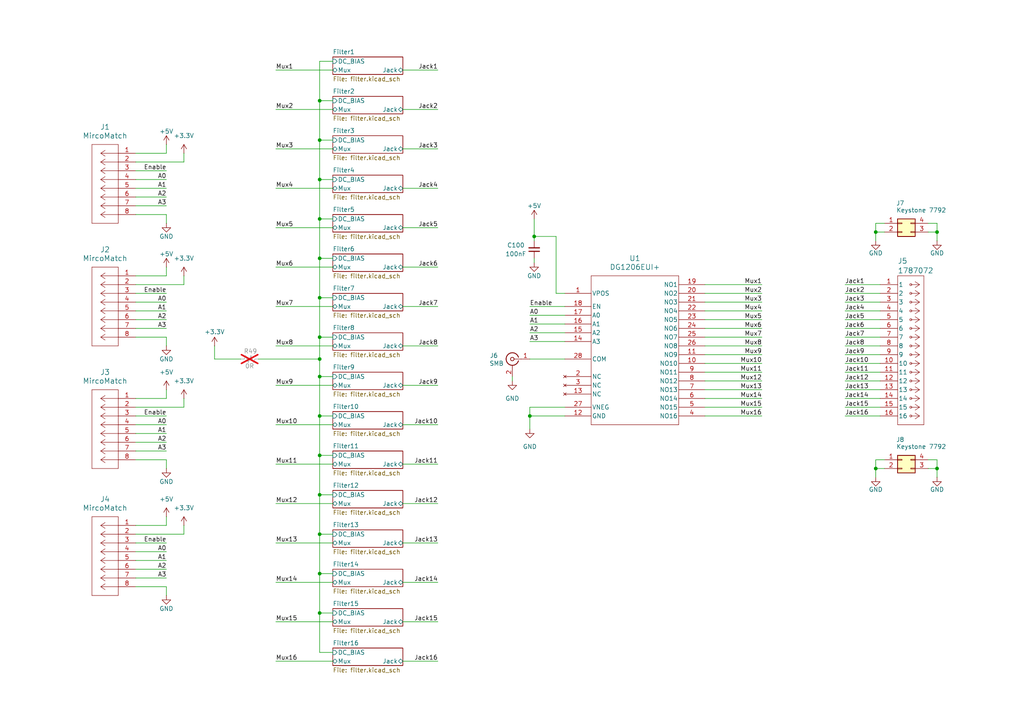
<source format=kicad_sch>
(kicad_sch (version 20250114) (generator "eeschema") (generator_version "9.0")
  (paper "A4")
  (title_block (title "CableTester Mux Breakout") (date "2025-07-24") (rev "1") (company "LBNL - ALSU"))
  (lib_symbols
    (symbol "CableTester_Mux_Project_Lib:1787072" (pin_names (offset 0.254))
      (property "Reference" "J" (at 5.334 6.35 0))
      (property "Value" "1787072" (at 9.906 4.064 0))
      (symbol "1787072_0_1"
        (polyline (pts (xy 5.08 2.54) (xy 5.08 -40.64)) (stroke (width 0.127)))
        (polyline (pts (xy 5.08 -40.64) (xy 12.7 -40.64)) (stroke (width 0.127)))
        (circle (center 8.89 0) (radius 0.3048) (stroke (width 0.127)))
        (circle (center 8.89 -2.54) (radius 0.3048) (stroke (width 0.127)))
        (circle (center 8.89 -5.08) (radius 0.3048) (stroke (width 0.127)))
        (circle (center 8.89 -7.62) (radius 0.3048) (stroke (width 0.127)))
        (circle (center 8.89 -10.16) (radius 0.3048) (stroke (width 0.127)))
        (circle (center 8.89 -12.7) (radius 0.3048) (stroke (width 0.127)))
        (circle (center 8.89 -15.24) (radius 0.3048) (stroke (width 0.127)))
        (circle (center 8.89 -17.78) (radius 0.3048) (stroke (width 0.127)))
        (circle (center 8.89 -20.32) (radius 0.3048) (stroke (width 0.127)))
        (circle (center 8.89 -22.86) (radius 0.3048) (stroke (width 0.127)))
        (circle (center 8.89 -25.4) (radius 0.3048) (stroke (width 0.127)))
        (circle (center 8.89 -27.94) (radius 0.3048) (stroke (width 0.127)))
        (circle (center 8.89 -30.48) (radius 0.3048) (stroke (width 0.127)))
        (circle (center 8.89 -33.02) (radius 0.3048) (stroke (width 0.127)))
        (circle (center 8.89 -35.56) (radius 0.3048) (stroke (width 0.127)))
        (circle (center 8.89 -38.1) (radius 0.3048) (stroke (width 0.127)))
        (polyline (pts (xy 11.43 0) (xy 8.89 0)) (stroke (width 0.127)))
        (polyline (pts (xy 11.43 0) (xy 10.16 0.8467)) (stroke (width 0.127)))
        (polyline (pts (xy 11.43 0) (xy 10.16 -0.8467)) (stroke (width 0.127)))
        (polyline (pts (xy 11.43 -2.54) (xy 8.89 -2.54)) (stroke (width 0.127)))
        (polyline (pts (xy 11.43 -2.54) (xy 10.16 -1.6933)) (stroke (width 0.127)))
        (polyline (pts (xy 11.43 -2.54) (xy 10.16 -3.3867)) (stroke (width 0.127)))
        (polyline (pts (xy 11.43 -5.08) (xy 8.89 -5.08)) (stroke (width 0.127)))
        (polyline (pts (xy 11.43 -5.08) (xy 10.16 -4.2333)) (stroke (width 0.127)))
        (polyline (pts (xy 11.43 -5.08) (xy 10.16 -5.9267)) (stroke (width 0.127)))
        (polyline (pts (xy 11.43 -7.62) (xy 8.89 -7.62)) (stroke (width 0.127)))
        (polyline (pts (xy 11.43 -7.62) (xy 10.16 -6.7733)) (stroke (width 0.127)))
        (polyline (pts (xy 11.43 -7.62) (xy 10.16 -8.4667)) (stroke (width 0.127)))
        (polyline (pts (xy 11.43 -10.16) (xy 8.89 -10.16)) (stroke (width 0.127)))
        (polyline (pts (xy 11.43 -10.16) (xy 10.16 -9.3133)) (stroke (width 0.127)))
        (polyline (pts (xy 11.43 -10.16) (xy 10.16 -11.0067)) (stroke (width 0.127)))
        (polyline (pts (xy 11.43 -12.7) (xy 8.89 -12.7)) (stroke (width 0.127)))
        (polyline (pts (xy 11.43 -12.7) (xy 10.16 -11.8533)) (stroke (width 0.127)))
        (polyline (pts (xy 11.43 -12.7) (xy 10.16 -13.5467)) (stroke (width 0.127)))
        (polyline (pts (xy 11.43 -15.24) (xy 8.89 -15.24)) (stroke (width 0.127)))
        (polyline (pts (xy 11.43 -15.24) (xy 10.16 -14.3933)) (stroke (width 0.127)))
        (polyline (pts (xy 11.43 -15.24) (xy 10.16 -16.0867)) (stroke (width 0.127)))
        (polyline (pts (xy 11.43 -17.78) (xy 8.89 -17.78)) (stroke (width 0.127)))
        (polyline (pts (xy 11.43 -17.78) (xy 10.16 -16.9333)) (stroke (width 0.127)))
        (polyline (pts (xy 11.43 -17.78) (xy 10.16 -18.6267)) (stroke (width 0.127)))
        (polyline (pts (xy 11.43 -20.32) (xy 8.89 -20.32)) (stroke (width 0.127)))
        (polyline (pts (xy 11.43 -20.32) (xy 10.16 -19.4733)) (stroke (width 0.127)))
        (polyline (pts (xy 11.43 -20.32) (xy 10.16 -21.1667)) (stroke (width 0.127)))
        (polyline (pts (xy 11.43 -22.86) (xy 8.89 -22.86)) (stroke (width 0.127)))
        (polyline (pts (xy 11.43 -22.86) (xy 10.16 -22.0133)) (stroke (width 0.127)))
        (polyline (pts (xy 11.43 -22.86) (xy 10.16 -23.7067)) (stroke (width 0.127)))
        (polyline (pts (xy 11.43 -25.4) (xy 8.89 -25.4)) (stroke (width 0.127)))
        (polyline (pts (xy 11.43 -25.4) (xy 10.16 -24.5533)) (stroke (width 0.127)))
        (polyline (pts (xy 11.43 -25.4) (xy 10.16 -26.2467)) (stroke (width 0.127)))
        (polyline (pts (xy 11.43 -27.94) (xy 8.89 -27.94)) (stroke (width 0.127)))
        (polyline (pts (xy 11.43 -27.94) (xy 10.16 -27.0933)) (stroke (width 0.127)))
        (polyline (pts (xy 11.43 -27.94) (xy 10.16 -28.7867)) (stroke (width 0.127)))
        (polyline (pts (xy 11.43 -30.48) (xy 8.89 -30.48)) (stroke (width 0.127)))
        (polyline (pts (xy 11.43 -30.48) (xy 10.16 -29.6333)) (stroke (width 0.127)))
        (polyline (pts (xy 11.43 -30.48) (xy 10.16 -31.3267)) (stroke (width 0.127)))
        (polyline (pts (xy 11.43 -33.02) (xy 8.89 -33.02)) (stroke (width 0.127)))
        (polyline (pts (xy 11.43 -33.02) (xy 10.16 -32.1733)) (stroke (width 0.127)))
        (polyline (pts (xy 11.43 -33.02) (xy 10.16 -33.8667)) (stroke (width 0.127)))
        (polyline (pts (xy 11.43 -35.56) (xy 8.89 -35.56)) (stroke (width 0.127)))
        (polyline (pts (xy 11.43 -35.56) (xy 10.16 -34.7133)) (stroke (width 0.127)))
        (polyline (pts (xy 11.43 -35.56) (xy 10.16 -36.4067)) (stroke (width 0.127)))
        (polyline (pts (xy 11.43 -38.1) (xy 8.89 -38.1)) (stroke (width 0.127)))
        (polyline (pts (xy 11.43 -38.1) (xy 10.16 -37.2533)) (stroke (width 0.127)))
        (polyline (pts (xy 11.43 -38.1) (xy 10.16 -38.9467)) (stroke (width 0.127)))
        (polyline (pts (xy 12.7 2.54) (xy 5.08 2.54)) (stroke (width 0.127)))
        (polyline (pts (xy 12.7 -40.64) (xy 12.7 2.54)) (stroke (width 0.127)))
        (pin passive line (at 0 0 0) (length 5.08) (name "1") (number "1"))
        (pin passive line (at 0 -2.54 0) (length 5.08) (name "2") (number "2"))
        (pin passive line (at 0 -5.08 0) (length 5.08) (name "3") (number "3"))
        (pin passive line (at 0 -7.62 0) (length 5.08) (name "4") (number "4"))
        (pin passive line (at 0 -10.16 0) (length 5.08) (name "5") (number "5"))
        (pin passive line (at 0 -12.7 0) (length 5.08) (name "6") (number "6"))
        (pin passive line (at 0 -15.24 0) (length 5.08) (name "7") (number "7"))
        (pin passive line (at 0 -17.78 0) (length 5.08) (name "8") (number "8"))
        (pin passive line (at 0 -20.32 0) (length 5.08) (name "9") (number "9"))
        (pin passive line (at 0 -22.86 0) (length 5.08) (name "10") (number "10"))
        (pin passive line (at 0 -25.4 0) (length 5.08) (name "11") (number "11"))
        (pin passive line (at 0 -27.94 0) (length 5.08) (name "12") (number "12"))
        (pin passive line (at 0 -30.48 0) (length 5.08) (name "13") (number "13"))
        (pin passive line (at 0 -33.02 0) (length 5.08) (name "14") (number "14"))
        (pin passive line (at 0 -35.56 0) (length 5.08) (name "15") (number "15"))
        (pin passive line (at 0 -38.1 0) (length 5.08) (name "16") (number "16"))
      )
    )
    (symbol "CableTester_Mux_Project_Lib:7-188275-8" (pin_names (offset 0.254))
      (property "Reference" "J" (at 5.842 6.604 0))
      (property "Value" "MircoMatch -8" (at 13.462 4.064 0))
      (symbol "7-188275-8_1_1"
        (polyline (pts (xy 5.08 2.54) (xy 5.08 -20.32)) (stroke (width 0.127)))
        (polyline (pts (xy 5.08 -20.32) (xy 12.7 -20.32)) (stroke (width 0.127)))
        (polyline (pts (xy 10.16 0) (xy 5.08 0)) (stroke (width 0.127)))
        (polyline (pts (xy 10.16 0) (xy 8.89 0.8467)) (stroke (width 0.127)))
        (polyline (pts (xy 10.16 0) (xy 8.89 -0.8467)) (stroke (width 0.127)))
        (polyline (pts (xy 10.16 -2.54) (xy 5.08 -2.54)) (stroke (width 0.127)))
        (polyline (pts (xy 10.16 -2.54) (xy 8.89 -1.6933)) (stroke (width 0.127)))
        (polyline (pts (xy 10.16 -2.54) (xy 8.89 -3.3867)) (stroke (width 0.127)))
        (polyline (pts (xy 10.16 -5.08) (xy 5.08 -5.08)) (stroke (width 0.127)))
        (polyline (pts (xy 10.16 -5.08) (xy 8.89 -4.2333)) (stroke (width 0.127)))
        (polyline (pts (xy 10.16 -5.08) (xy 8.89 -5.9267)) (stroke (width 0.127)))
        (polyline (pts (xy 10.16 -7.62) (xy 5.08 -7.62)) (stroke (width 0.127)))
        (polyline (pts (xy 10.16 -7.62) (xy 8.89 -6.7733)) (stroke (width 0.127)))
        (polyline (pts (xy 10.16 -7.62) (xy 8.89 -8.4667)) (stroke (width 0.127)))
        (polyline (pts (xy 10.16 -10.16) (xy 5.08 -10.16)) (stroke (width 0.127)))
        (polyline (pts (xy 10.16 -10.16) (xy 8.89 -9.3133)) (stroke (width 0.127)))
        (polyline (pts (xy 10.16 -10.16) (xy 8.89 -11.0067)) (stroke (width 0.127)))
        (polyline (pts (xy 10.16 -12.7) (xy 5.08 -12.7)) (stroke (width 0.127)))
        (polyline (pts (xy 10.16 -12.7) (xy 8.89 -11.8533)) (stroke (width 0.127)))
        (polyline (pts (xy 10.16 -12.7) (xy 8.89 -13.5467)) (stroke (width 0.127)))
        (polyline (pts (xy 10.16 -15.24) (xy 5.08 -15.24)) (stroke (width 0.127)))
        (polyline (pts (xy 10.16 -15.24) (xy 8.89 -14.3933)) (stroke (width 0.127)))
        (polyline (pts (xy 10.16 -15.24) (xy 8.89 -16.0867)) (stroke (width 0.127)))
        (polyline (pts (xy 10.16 -17.78) (xy 5.08 -17.78)) (stroke (width 0.127)))
        (polyline (pts (xy 10.16 -17.78) (xy 8.89 -16.9333)) (stroke (width 0.127)))
        (polyline (pts (xy 10.16 -17.78) (xy 8.89 -18.6267)) (stroke (width 0.127)))
        (polyline (pts (xy 12.7 2.54) (xy 5.08 2.54)) (stroke (width 0.127)))
        (polyline (pts (xy 12.7 -20.32) (xy 12.7 2.54)) (stroke (width 0.127)))
        (pin passive line (at 0 0 0) (length 5.08) (name "") (number "1"))
        (pin passive line (at 0 -2.54 0) (length 5.08) (name "") (number "2"))
        (pin passive line (at 0 -5.08 0) (length 5.08) (name "") (number "3"))
        (pin passive line (at 0 -7.62 0) (length 5.08) (name "") (number "4"))
        (pin passive line (at 0 -10.16 0) (length 5.08) (name "") (number "5"))
        (pin passive line (at 0 -12.7 0) (length 5.08) (name "") (number "6"))
        (pin passive line (at 0 -15.24 0) (length 5.08) (name "") (number "7"))
        (pin passive line (at 0 -17.78 0) (length 5.08) (name "") (number "8"))
      )
      (symbol "7-188275-8_1_2"
        (polyline (pts (xy 5.08 2.54) (xy 5.08 -20.32)) (stroke (width 0.127)))
        (polyline (pts (xy 5.08 -20.32) (xy 12.7 -20.32)) (stroke (width 0.127)))
        (polyline (pts (xy 7.62 0) (xy 5.08 0)) (stroke (width 0.127)))
        (polyline (pts (xy 7.62 0) (xy 8.89 0.8467)) (stroke (width 0.127)))
        (polyline (pts (xy 7.62 0) (xy 8.89 -0.8467)) (stroke (width 0.127)))
        (polyline (pts (xy 7.62 -2.54) (xy 5.08 -2.54)) (stroke (width 0.127)))
        (polyline (pts (xy 7.62 -2.54) (xy 8.89 -1.6933)) (stroke (width 0.127)))
        (polyline (pts (xy 7.62 -2.54) (xy 8.89 -3.3867)) (stroke (width 0.127)))
        (polyline (pts (xy 7.62 -5.08) (xy 5.08 -5.08)) (stroke (width 0.127)))
        (polyline (pts (xy 7.62 -5.08) (xy 8.89 -4.2333)) (stroke (width 0.127)))
        (polyline (pts (xy 7.62 -5.08) (xy 8.89 -5.9267)) (stroke (width 0.127)))
        (polyline (pts (xy 7.62 -7.62) (xy 5.08 -7.62)) (stroke (width 0.127)))
        (polyline (pts (xy 7.62 -7.62) (xy 8.89 -6.7733)) (stroke (width 0.127)))
        (polyline (pts (xy 7.62 -7.62) (xy 8.89 -8.4667)) (stroke (width 0.127)))
        (polyline (pts (xy 7.62 -10.16) (xy 5.08 -10.16)) (stroke (width 0.127)))
        (polyline (pts (xy 7.62 -10.16) (xy 8.89 -9.3133)) (stroke (width 0.127)))
        (polyline (pts (xy 7.62 -10.16) (xy 8.89 -11.0067)) (stroke (width 0.127)))
        (polyline (pts (xy 7.62 -12.7) (xy 5.08 -12.7)) (stroke (width 0.127)))
        (polyline (pts (xy 7.62 -12.7) (xy 8.89 -11.8533)) (stroke (width 0.127)))
        (polyline (pts (xy 7.62 -12.7) (xy 8.89 -13.5467)) (stroke (width 0.127)))
        (polyline (pts (xy 7.62 -15.24) (xy 5.08 -15.24)) (stroke (width 0.127)))
        (polyline (pts (xy 7.62 -15.24) (xy 8.89 -14.3933)) (stroke (width 0.127)))
        (polyline (pts (xy 7.62 -15.24) (xy 8.89 -16.0867)) (stroke (width 0.127)))
        (polyline (pts (xy 7.62 -17.78) (xy 5.08 -17.78)) (stroke (width 0.127)))
        (polyline (pts (xy 7.62 -17.78) (xy 8.89 -16.9333)) (stroke (width 0.127)))
        (polyline (pts (xy 7.62 -17.78) (xy 8.89 -18.6267)) (stroke (width 0.127)))
        (polyline (pts (xy 12.7 2.54) (xy 5.08 2.54)) (stroke (width 0.127)))
        (polyline (pts (xy 12.7 -20.32) (xy 12.7 2.54)) (stroke (width 0.127)))
        (pin unspecified line (at 0 0 0) (length 5.08) (name "1") (number "1"))
        (pin unspecified line (at 0 -2.54 0) (length 5.08) (name "2") (number "2"))
        (pin unspecified line (at 0 -5.08 0) (length 5.08) (name "3") (number "3"))
        (pin unspecified line (at 0 -7.62 0) (length 5.08) (name "4") (number "4"))
        (pin unspecified line (at 0 -10.16 0) (length 5.08) (name "5") (number "5"))
        (pin unspecified line (at 0 -12.7 0) (length 5.08) (name "6") (number "6"))
        (pin unspecified line (at 0 -15.24 0) (length 5.08) (name "7") (number "7"))
        (pin unspecified line (at 0 -17.78 0) (length 5.08) (name "8") (number "8"))
      )
    )
    (symbol "CableTester_Mux_Project_Lib:Conn_Coaxial" (pin_names (offset 1.016) (hide yes))
      (property "Reference" "J" (at 0.254 3.048 0))
      (property "Value" "Conn_Coaxial" (at 2.921 0 90))
      (symbol "Conn_Coaxial_0_1"
        (polyline (pts (xy -2.54 0) (xy -0.508 0)))
        (arc (start 1.778 0) (mid 0.222 -1.8079) (end -1.778 -0.508) (stroke (width 0.254)))
        (arc (start -1.778 0.508) (mid 0.2221 1.8084) (end 1.778 0) (stroke (width 0.254)))
        (circle (center 0 0) (radius 0.508) (stroke (width 0.2032)))
        (polyline (pts (xy 0 -2.54) (xy 0 -1.778)))
      )
      (symbol "Conn_Coaxial_1_1"
        (pin passive line (at -5.08 0 0) (length 2.54) (name "In") (number "1"))
        (pin passive line (at 0 -5.08 90) (length 2.54) (name "Ext") (number "2"))
        (pin passive line (at 0 -5.08 180) (length 2.54) (hide yes) (name "Ext") (number "3"))
        (pin passive line (at 0 -5.08 180) (length 2.54) (hide yes) (name "Ext") (number "4"))
        (pin passive line (at 0 -5.08 180) (length 2.54) (hide yes) (name "Ext") (number "5"))
      )
    )
    (symbol "CableTester_Mux_Project_Lib:DG1206EUI+" (pin_names (offset 0.254))
      (property "Reference" "U" (at 20.32 10.16 0))
      (property "Value" "DG1206EUI+" (at 20.32 7.62 0))
      (symbol "DG1206EUI+_0_1"
        (polyline (pts (xy 7.62 5.08) (xy 7.62 -38.1)) (stroke (width 0.127)))
        (polyline (pts (xy 7.62 -38.1) (xy 33.02 -38.1)) (stroke (width 0.127)))
        (polyline (pts (xy 33.02 5.08) (xy 7.62 5.08)) (stroke (width 0.127)))
        (polyline (pts (xy 33.02 -38.1) (xy 33.02 5.08)) (stroke (width 0.127)))
        (pin power_in line (at 0 0 0) (length 7.62) (name "VPOS") (number "1"))
        (pin input line (at 0 -3.81 0) (length 7.62) (name "EN") (number "18"))
        (pin input line (at 0 -6.35 0) (length 7.62) (name "A0") (number "17"))
        (pin input line (at 0 -8.89 0) (length 7.62) (name "A1") (number "16"))
        (pin input line (at 0 -11.43 0) (length 7.62) (name "A2") (number "15"))
        (pin input line (at 0 -13.97 0) (length 7.62) (name "A3") (number "14"))
        (pin bidirectional line (at 0 -19.05 0) (length 7.62) (name "COM") (number "28"))
        (pin no_connect line (at 0 -24.13 0) (length 7.62) (name "NC") (number "2"))
        (pin no_connect line (at 0 -26.67 0) (length 7.62) (name "NC") (number "3"))
        (pin no_connect line (at 0 -29.21 0) (length 7.62) (name "NC") (number "13"))
        (pin power_in line (at 0 -33.02 0) (length 7.62) (name "VNEG") (number "27"))
        (pin power_in line (at 0 -35.56 0) (length 7.62) (name "GND") (number "12"))
        (pin bidirectional line (at 40.64 2.54 180) (length 7.62) (name "NO1") (number "19"))
        (pin bidirectional line (at 40.64 0 180) (length 7.62) (name "NO2") (number "20"))
        (pin bidirectional line (at 40.64 -2.54 180) (length 7.62) (name "NO3") (number "21"))
        (pin bidirectional line (at 40.64 -5.08 180) (length 7.62) (name "NO4") (number "22"))
        (pin bidirectional line (at 40.64 -7.62 180) (length 7.62) (name "NO5") (number "23"))
        (pin bidirectional line (at 40.64 -10.16 180) (length 7.62) (name "NO6") (number "24"))
        (pin bidirectional line (at 40.64 -12.7 180) (length 7.62) (name "NO7") (number "25"))
        (pin bidirectional line (at 40.64 -15.24 180) (length 7.62) (name "NO8") (number "26"))
        (pin bidirectional line (at 40.64 -17.78 180) (length 7.62) (name "NO9") (number "11"))
        (pin bidirectional line (at 40.64 -20.32 180) (length 7.62) (name "NO10") (number "10"))
        (pin bidirectional line (at 40.64 -22.86 180) (length 7.62) (name "NO11") (number "9"))
        (pin bidirectional line (at 40.64 -25.4 180) (length 7.62) (name "NO12") (number "8"))
        (pin bidirectional line (at 40.64 -27.94 180) (length 7.62) (name "NO13") (number "7"))
        (pin bidirectional line (at 40.64 -30.48 180) (length 7.62) (name "NO14") (number "6"))
        (pin bidirectional line (at 40.64 -33.02 180) (length 7.62) (name "NO15") (number "5"))
        (pin bidirectional line (at 40.64 -35.56 180) (length 7.62) (name "NO16") (number "4"))
      )
    )
    (symbol "Connector_Generic:Conn_02x02_Counter_Clockwise" (pin_names (offset 1.016) (hide yes))
      (property "Reference" "J" (at 1.27 2.54 0))
      (property "Value" "Conn_02x02_Counter_Clockwise" (at 1.27 -5.08 0))
      (symbol "Conn_02x02_Counter_Clockwise_1_1"
        (rectangle (start -1.27 1.27) (end 3.81 -3.81) (stroke (width 0.254)) (fill (type background)))
        (rectangle (start -1.27 0.127) (end 0 -0.127) (stroke (width 0.1524)))
        (rectangle (start -1.27 -2.413) (end 0 -2.667) (stroke (width 0.1524)))
        (rectangle (start 3.81 0.127) (end 2.54 -0.127) (stroke (width 0.1524)))
        (rectangle (start 3.81 -2.413) (end 2.54 -2.667) (stroke (width 0.1524)))
        (pin passive line (at -5.08 0 0) (length 3.81) (name "Pin_1") (number "1"))
        (pin passive line (at -5.08 -2.54 0) (length 3.81) (name "Pin_2") (number "2"))
        (pin passive line (at 7.62 0 180) (length 3.81) (name "Pin_4") (number "4"))
        (pin passive line (at 7.62 -2.54 180) (length 3.81) (name "Pin_3") (number "3"))
      )
    )
    (symbol "Device:C_Small" (pin_numbers (hide yes)) (pin_names (offset 0.254) (hide yes))
      (property "Reference" "C" (at 0.254 1.778 0))
      (property "Value" "C_Small" (at 0.254 -2.032 0))
      (symbol "C_Small_0_1"
        (polyline (pts (xy -1.524 0.508) (xy 1.524 0.508)) (stroke (width 0.3048)))
        (polyline (pts (xy -1.524 -0.508) (xy 1.524 -0.508)) (stroke (width 0.3302)))
      )
      (symbol "C_Small_1_1"
        (pin passive line (at 0 2.54 270) (length 2.032) (name "~") (number "1"))
        (pin passive line (at 0 -2.54 90) (length 2.032) (name "~") (number "2"))
      )
    )
    (symbol "Device:R_Small_US" (pin_numbers (hide yes)) (pin_names (offset 0.254) (hide yes))
      (property "Reference" "R" (at 0.762 0.508 0))
      (property "Value" "R_Small_US" (at 0.762 -1.016 0))
      (symbol "R_Small_US_1_1"
        (polyline (pts (xy 0 1.524) (xy 1.016 1.143) (xy 0 0.762) (xy -1.016 0.381) (xy 0 0)))
        (polyline (pts (xy 0 0) (xy 1.016 -0.381) (xy 0 -0.762) (xy -1.016 -1.143) (xy 0 -1.524)))
        (pin passive line (at 0 2.54 270) (length 1.016) (name "~") (number "1"))
        (pin passive line (at 0 -2.54 90) (length 1.016) (name "~") (number "2"))
      )
    )
    (symbol "power:+3.3V" (power) (pin_numbers (hide yes)) (pin_names (offset 0) (hide yes))
      (property "Value" "+3.3V" (at 0 3.556 0))
      (symbol "+3.3V_0_1"
        (polyline (pts (xy -0.762 1.27) (xy 0 2.54)))
        (polyline (pts (xy 0 2.54) (xy 0.762 1.27)))
        (polyline (pts (xy 0 0) (xy 0 2.54)))
      )
      (symbol "+3.3V_1_1"
        (pin power_in line (at 0 0 90) (length 0) (name "~") (number "1"))
      )
    )
    (symbol "power:+5V" (power) (pin_numbers (hide yes)) (pin_names (offset 0) (hide yes))
      (property "Value" "+5V" (at 0 3.556 0))
      (symbol "+5V_0_1"
        (polyline (pts (xy -0.762 1.27) (xy 0 2.54)))
        (polyline (pts (xy 0 2.54) (xy 0.762 1.27)))
        (polyline (pts (xy 0 0) (xy 0 2.54)))
      )
      (symbol "+5V_1_1"
        (pin power_in line (at 0 0 90) (length 0) (name "~") (number "1"))
      )
    )
    (symbol "power:GND" (power) (pin_numbers (hide yes)) (pin_names (offset 0) (hide yes))
      (property "Value" "GND" (at 0 -3.81 0))
      (symbol "GND_0_1"
        (polyline (pts (xy 0 0) (xy 0 -1.27) (xy 1.27 -1.27) (xy 0 -2.54) (xy -1.27 -1.27) (xy 0 -1.27)))
      )
      (symbol "GND_1_1"
        (pin power_in line (at 0 0 270) (length 0) (name "~") (number "1"))
      )
    )
  )
  (junction (at 92.71 86.36))
  (junction (at 254 67.31))
  (junction (at 92.71 104.14))
  (junction (at 153.67 120.65))
  (junction (at 92.71 166.37))
  (junction (at 271.78 135.89))
  (junction (at 254 135.89))
  (junction (at 92.71 154.94))
  (junction (at 92.71 74.93))
  (junction (at 154.94 68.58))
  (junction (at 92.71 109.22))
  (junction (at 92.71 63.5))
  (junction (at 92.71 120.65))
  (junction (at 92.71 132.08))
  (junction (at 92.71 52.07))
  (junction (at 92.71 143.51))
  (junction (at 92.71 40.64))
  (junction (at 92.71 29.21))
  (junction (at 271.78 67.31))
  (junction (at 92.71 97.79))
  (junction (at 92.71 177.8))
  (wire (pts (xy 204.47 110.49) (xy 220.98 110.49)))
  (wire (pts (xy 255.27 100.33) (xy 245.11 100.33)))
  (wire (pts (xy 96.52 180.34) (xy 80.01 180.34)))
  (wire (pts (xy 271.78 133.35) (xy 271.78 135.89)))
  (wire (pts (xy 39.37 44.45) (xy 48.26 44.45)))
  (wire (pts (xy 39.37 95.25) (xy 48.26 95.25)))
  (wire (pts (xy 116.84 134.62) (xy 127 134.62)))
  (wire (pts (xy 39.37 92.71) (xy 48.26 92.71)))
  (wire (pts (xy 116.84 77.47) (xy 127 77.47)))
  (wire (pts (xy 96.52 134.62) (xy 80.01 134.62)))
  (wire (pts (xy 39.37 90.17) (xy 48.26 90.17)))
  (wire (pts (xy 92.71 29.21) (xy 96.52 29.21)))
  (wire (pts (xy 92.71 143.51) (xy 96.52 143.51)))
  (wire (pts (xy 92.71 86.36) (xy 92.71 74.93)))
  (wire (pts (xy 48.26 80.01) (xy 48.26 77.47)))
  (wire (pts (xy 62.23 104.14) (xy 62.23 100.33)))
  (wire (pts (xy 269.24 133.35) (xy 271.78 133.35)))
  (wire (pts (xy 39.37 160.02) (xy 48.26 160.02)))
  (wire (pts (xy 116.84 157.48) (xy 127 157.48)))
  (wire (pts (xy 256.54 64.77) (xy 254 64.77)))
  (wire (pts (xy 92.71 17.78) (xy 96.52 17.78)))
  (wire (pts (xy 39.37 57.15) (xy 48.26 57.15)))
  (wire (pts (xy 161.29 68.58) (xy 154.94 68.58)))
  (wire (pts (xy 148.59 110.49) (xy 148.59 109.22)))
  (wire (pts (xy 256.54 133.35) (xy 254 133.35)))
  (wire (pts (xy 48.26 64.77) (xy 48.26 62.23)))
  (wire (pts (xy 96.52 189.23) (xy 92.71 189.23)))
  (wire (pts (xy 271.78 67.31) (xy 271.78 69.85)))
  (wire (pts (xy 39.37 154.94) (xy 53.34 154.94)))
  (wire (pts (xy 92.71 104.14) (xy 92.71 97.79)))
  (wire (pts (xy 154.94 68.58) (xy 154.94 69.85)))
  (wire (pts (xy 92.71 40.64) (xy 92.71 29.21)))
  (wire (pts (xy 48.26 170.18) (xy 39.37 170.18)))
  (wire (pts (xy 256.54 67.31) (xy 254 67.31)))
  (wire (pts (xy 116.84 168.91) (xy 127 168.91)))
  (wire (pts (xy 92.71 74.93) (xy 92.71 63.5)))
  (wire (pts (xy 255.27 107.95) (xy 245.11 107.95)))
  (wire (pts (xy 153.67 118.11) (xy 153.67 120.65)))
  (wire (pts (xy 254 133.35) (xy 254 135.89)))
  (wire (pts (xy 255.27 97.79) (xy 245.11 97.79)))
  (wire (pts (xy 116.84 88.9) (xy 127 88.9)))
  (wire (pts (xy 204.47 92.71) (xy 220.98 92.71)))
  (wire (pts (xy 204.47 120.65) (xy 220.98 120.65)))
  (wire (pts (xy 116.84 100.33) (xy 127 100.33)))
  (wire (pts (xy 96.52 157.48) (xy 80.01 157.48)))
  (wire (pts (xy 255.27 113.03) (xy 245.11 113.03)))
  (wire (pts (xy 163.83 96.52) (xy 153.67 96.52)))
  (wire (pts (xy 92.71 154.94) (xy 92.71 143.51)))
  (wire (pts (xy 96.52 100.33) (xy 80.01 100.33)))
  (wire (pts (xy 92.71 63.5) (xy 92.71 52.07)))
  (wire (pts (xy 116.84 146.05) (xy 127 146.05)))
  (wire (pts (xy 92.71 189.23) (xy 92.71 177.8)))
  (wire (pts (xy 39.37 123.19) (xy 48.26 123.19)))
  (wire (pts (xy 48.26 133.35) (xy 39.37 133.35)))
  (wire (pts (xy 96.52 43.18) (xy 80.01 43.18)))
  (wire (pts (xy 254 64.77) (xy 254 67.31)))
  (wire (pts (xy 69.85 104.14) (xy 62.23 104.14)))
  (wire (pts (xy 255.27 102.87) (xy 245.11 102.87)))
  (wire (pts (xy 204.47 97.79) (xy 220.98 97.79)))
  (wire (pts (xy 48.26 97.79) (xy 39.37 97.79)))
  (wire (pts (xy 92.71 52.07) (xy 92.71 40.64)))
  (wire (pts (xy 39.37 115.57) (xy 48.26 115.57)))
  (wire (pts (xy 204.47 87.63) (xy 220.98 87.63)))
  (wire (pts (xy 39.37 165.1) (xy 48.26 165.1)))
  (wire (pts (xy 92.71 97.79) (xy 96.52 97.79)))
  (wire (pts (xy 204.47 118.11) (xy 220.98 118.11)))
  (wire (pts (xy 116.84 180.34) (xy 127 180.34)))
  (wire (pts (xy 204.47 85.09) (xy 220.98 85.09)))
  (wire (pts (xy 92.71 143.51) (xy 92.71 132.08)))
  (wire (pts (xy 92.71 132.08) (xy 92.71 120.65)))
  (wire (pts (xy 96.52 191.77) (xy 80.01 191.77)))
  (wire (pts (xy 116.84 66.04) (xy 127 66.04)))
  (wire (pts (xy 92.71 97.79) (xy 92.71 86.36)))
  (wire (pts (xy 161.29 85.09) (xy 163.83 85.09)))
  (wire (pts (xy 116.84 20.32) (xy 127 20.32)))
  (wire (pts (xy 92.71 154.94) (xy 96.52 154.94)))
  (wire (pts (xy 48.26 100.33) (xy 48.26 97.79)))
  (wire (pts (xy 255.27 120.65) (xy 245.11 120.65)))
  (wire (pts (xy 163.83 88.9) (xy 153.67 88.9)))
  (wire (pts (xy 255.27 90.17) (xy 245.11 90.17)))
  (wire (pts (xy 39.37 52.07) (xy 48.26 52.07)))
  (wire (pts (xy 255.27 85.09) (xy 245.11 85.09)))
  (wire (pts (xy 53.34 82.55) (xy 53.34 80.01)))
  (wire (pts (xy 254 67.31) (xy 254 69.85)))
  (wire (pts (xy 96.52 20.32) (xy 80.01 20.32)))
  (wire (pts (xy 163.83 118.11) (xy 153.67 118.11)))
  (wire (pts (xy 96.52 146.05) (xy 80.01 146.05)))
  (wire (pts (xy 92.71 74.93) (xy 96.52 74.93)))
  (wire (pts (xy 92.71 40.64) (xy 96.52 40.64)))
  (wire (pts (xy 163.83 120.65) (xy 153.67 120.65)))
  (wire (pts (xy 163.83 99.06) (xy 153.67 99.06)))
  (wire (pts (xy 116.84 191.77) (xy 127 191.77)))
  (wire (pts (xy 48.26 172.72) (xy 48.26 170.18)))
  (wire (pts (xy 96.52 54.61) (xy 80.01 54.61)))
  (wire (pts (xy 39.37 87.63) (xy 48.26 87.63)))
  (wire (pts (xy 74.93 104.14) (xy 92.71 104.14)))
  (wire (pts (xy 39.37 118.11) (xy 53.34 118.11)))
  (wire (pts (xy 96.52 123.19) (xy 80.01 123.19)))
  (wire (pts (xy 92.71 52.07) (xy 96.52 52.07)))
  (wire (pts (xy 96.52 88.9) (xy 80.01 88.9)))
  (wire (pts (xy 116.84 123.19) (xy 127 123.19)))
  (wire (pts (xy 39.37 54.61) (xy 48.26 54.61)))
  (wire (pts (xy 92.71 109.22) (xy 92.71 104.14)))
  (wire (pts (xy 53.34 154.94) (xy 53.34 152.4)))
  (wire (pts (xy 39.37 125.73) (xy 48.26 125.73)))
  (wire (pts (xy 116.84 111.76) (xy 127 111.76)))
  (wire (pts (xy 48.26 44.45) (xy 48.26 41.91)))
  (wire (pts (xy 39.37 130.81) (xy 48.26 130.81)))
  (wire (pts (xy 255.27 95.25) (xy 245.11 95.25)))
  (wire (pts (xy 255.27 87.63) (xy 245.11 87.63)))
  (wire (pts (xy 256.54 135.89) (xy 254 135.89)))
  (wire (pts (xy 92.71 120.65) (xy 92.71 109.22)))
  (wire (pts (xy 116.84 43.18) (xy 127 43.18)))
  (wire (pts (xy 48.26 62.23) (xy 39.37 62.23)))
  (wire (pts (xy 48.26 152.4) (xy 48.26 149.86)))
  (wire (pts (xy 92.71 29.21) (xy 92.71 17.78)))
  (wire (pts (xy 96.52 111.76) (xy 80.01 111.76)))
  (wire (pts (xy 96.52 66.04) (xy 80.01 66.04)))
  (wire (pts (xy 269.24 67.31) (xy 271.78 67.31)))
  (wire (pts (xy 39.37 82.55) (xy 53.34 82.55)))
  (wire (pts (xy 161.29 68.58) (xy 161.29 85.09)))
  (wire (pts (xy 96.52 31.75) (xy 80.01 31.75)))
  (wire (pts (xy 116.84 31.75) (xy 127 31.75)))
  (wire (pts (xy 269.24 64.77) (xy 271.78 64.77)))
  (wire (pts (xy 96.52 168.91) (xy 80.01 168.91)))
  (wire (pts (xy 92.71 177.8) (xy 92.71 166.37)))
  (wire (pts (xy 92.71 63.5) (xy 96.52 63.5)))
  (wire (pts (xy 39.37 80.01) (xy 48.26 80.01)))
  (wire (pts (xy 92.71 120.65) (xy 96.52 120.65)))
  (wire (pts (xy 39.37 49.53) (xy 48.26 49.53)))
  (wire (pts (xy 204.47 82.55) (xy 220.98 82.55)))
  (wire (pts (xy 163.83 93.98) (xy 153.67 93.98)))
  (wire (pts (xy 92.71 132.08) (xy 96.52 132.08)))
  (wire (pts (xy 204.47 95.25) (xy 220.98 95.25)))
  (wire (pts (xy 92.71 109.22) (xy 96.52 109.22)))
  (wire (pts (xy 204.47 115.57) (xy 220.98 115.57)))
  (wire (pts (xy 154.94 74.93) (xy 154.94 76.2)))
  (wire (pts (xy 39.37 120.65) (xy 48.26 120.65)))
  (wire (pts (xy 116.84 54.61) (xy 127 54.61)))
  (wire (pts (xy 92.71 86.36) (xy 96.52 86.36)))
  (wire (pts (xy 48.26 115.57) (xy 48.26 113.03)))
  (wire (pts (xy 39.37 157.48) (xy 48.26 157.48)))
  (wire (pts (xy 154.94 63.5) (xy 154.94 68.58)))
  (wire (pts (xy 271.78 135.89) (xy 271.78 138.43)))
  (wire (pts (xy 163.83 104.14) (xy 153.67 104.14)))
  (wire (pts (xy 48.26 135.89) (xy 48.26 133.35)))
  (wire (pts (xy 204.47 113.03) (xy 220.98 113.03)))
  (wire (pts (xy 39.37 59.69) (xy 48.26 59.69)))
  (wire (pts (xy 255.27 82.55) (xy 245.11 82.55)))
  (wire (pts (xy 92.71 177.8) (xy 96.52 177.8)))
  (wire (pts (xy 39.37 46.99) (xy 53.34 46.99)))
  (wire (pts (xy 255.27 118.11) (xy 245.11 118.11)))
  (wire (pts (xy 92.71 166.37) (xy 96.52 166.37)))
  (wire (pts (xy 204.47 105.41) (xy 220.98 105.41)))
  (wire (pts (xy 204.47 100.33) (xy 220.98 100.33)))
  (wire (pts (xy 53.34 46.99) (xy 53.34 44.45)))
  (wire (pts (xy 269.24 135.89) (xy 271.78 135.89)))
  (wire (pts (xy 271.78 64.77) (xy 271.78 67.31)))
  (wire (pts (xy 39.37 167.64) (xy 48.26 167.64)))
  (wire (pts (xy 39.37 162.56) (xy 48.26 162.56)))
  (wire (pts (xy 96.52 77.47) (xy 80.01 77.47)))
  (wire (pts (xy 163.83 91.44) (xy 153.67 91.44)))
  (wire (pts (xy 53.34 118.11) (xy 53.34 115.57)))
  (wire (pts (xy 39.37 128.27) (xy 48.26 128.27)))
  (wire (pts (xy 255.27 115.57) (xy 245.11 115.57)))
  (wire (pts (xy 204.47 102.87) (xy 220.98 102.87)))
  (wire (pts (xy 255.27 105.41) (xy 245.11 105.41)))
  (wire (pts (xy 39.37 152.4) (xy 48.26 152.4)))
  (wire (pts (xy 153.67 120.65) (xy 153.67 124.46)))
  (wire (pts (xy 92.71 166.37) (xy 92.71 154.94)))
  (wire (pts (xy 204.47 107.95) (xy 220.98 107.95)))
  (wire (pts (xy 255.27 110.49) (xy 245.11 110.49)))
  (wire (pts (xy 254 135.89) (xy 254 138.43)))
  (wire (pts (xy 39.37 85.09) (xy 48.26 85.09)))
  (wire (pts (xy 255.27 92.71) (xy 245.11 92.71)))
  (wire (pts (xy 204.47 90.17) (xy 220.98 90.17)))
  (label "Mux3" (at 220.98 87.63 180))
  (label "A0" (at 48.26 52.07 180))
  (label "Jack4" (at 245.11 90.17 0))
  (label "Jack11" (at 127 134.62 180))
  (label "Jack8" (at 245.11 100.33 0))
  (label "A0" (at 48.26 160.02 180))
  (label "A1" (at 48.26 54.61 180))
  (label "Enable" (at 48.26 49.53 180))
  (label "A3" (at 48.26 167.64 180))
  (label "Jack3" (at 127 43.18 180))
  (label "Jack6" (at 127 77.47 180))
  (label "Jack5" (at 245.11 92.71 0))
  (label "Jack15" (at 127 180.34 180))
  (label "Mux11" (at 220.98 107.95 180))
  (label "Mux4" (at 80.01 54.61 0))
  (label "Jack10" (at 245.11 105.41 0))
  (label "Jack12" (at 127 146.05 180))
  (label "A2" (at 48.26 165.1 180))
  (label "Jack13" (at 245.11 113.03 0))
  (label "Enable" (at 153.67 88.9 0))
  (label "Mux9" (at 220.98 102.87 180))
  (label "Mux4" (at 220.98 90.17 180))
  (label "Jack16" (at 245.11 120.65 0))
  (label "Mux12" (at 80.01 146.05 0))
  (label "Jack8" (at 127 100.33 180))
  (label "A1" (at 153.67 93.98 0))
  (label "Jack4" (at 127 54.61 180))
  (label "Jack15" (at 245.11 118.11 0))
  (label "A2" (at 153.67 96.52 0))
  (label "Mux6" (at 80.01 77.47 0))
  (label "Enable" (at 48.26 157.48 180))
  (label "A3" (at 48.26 130.81 180))
  (label "Mux14" (at 80.01 168.91 0))
  (label "Mux5" (at 220.98 92.71 180))
  (label "Mux8" (at 220.98 100.33 180))
  (label "Mux13" (at 80.01 157.48 0))
  (label "Mux16" (at 80.01 191.77 0))
  (label "Mux3" (at 80.01 43.18 0))
  (label "A3" (at 48.26 95.25 180))
  (label "Mux5" (at 80.01 66.04 0))
  (label "Mux2" (at 80.01 31.75 0))
  (label "Mux15" (at 220.98 118.11 180))
  (label "A2" (at 48.26 57.15 180))
  (label "Enable" (at 48.26 120.65 180))
  (label "Mux7" (at 80.01 88.9 0))
  (label "Mux2" (at 220.98 85.09 180))
  (label "Mux1" (at 220.98 82.55 180))
  (label "Mux14" (at 220.98 115.57 180))
  (label "Jack2" (at 245.11 85.09 0))
  (label "Jack3" (at 245.11 87.63 0))
  (label "Mux7" (at 220.98 97.79 180))
  (label "A0" (at 48.26 87.63 180))
  (label "A3" (at 153.67 99.06 0))
  (label "A2" (at 48.26 128.27 180))
  (label "A0" (at 48.26 123.19 180))
  (label "Mux15" (at 80.01 180.34 0))
  (label "Mux10" (at 220.98 105.41 180))
  (label "A2" (at 48.26 92.71 180))
  (label "A1" (at 48.26 90.17 180))
  (label "Mux1" (at 80.01 20.32 0))
  (label "Mux10" (at 80.01 123.19 0))
  (label "Jack7" (at 245.11 97.79 0))
  (label "Jack10" (at 127 123.19 180))
  (label "Mux16" (at 220.98 120.65 180))
  (label "Jack1" (at 245.11 82.55 0))
  (label "Jack16" (at 127 191.77 180))
  (label "Jack2" (at 127 31.75 180))
  (label "Jack12" (at 245.11 110.49 0))
  (label "Jack7" (at 127 88.9 180))
  (label "Jack11" (at 245.11 107.95 0))
  (label "Mux8" (at 80.01 100.33 0))
  (label "Jack13" (at 127 157.48 180))
  (label "Jack14" (at 245.11 115.57 0))
  (label "Mux11" (at 80.01 134.62 0))
  (label "A1" (at 48.26 162.56 180))
  (label "Jack1" (at 127 20.32 180))
  (label "Jack6" (at 245.11 95.25 0))
  (label "Mux13" (at 220.98 113.03 180))
  (label "Jack9" (at 127 111.76 180))
  (label "Mux9" (at 80.01 111.76 0))
  (label "A0" (at 153.67 91.44 0))
  (label "Enable" (at 48.26 85.09 180))
  (label "Jack14" (at 127 168.91 180))
  (label "A3" (at 48.26 59.69 180))
  (label "Jack9" (at 245.11 102.87 0))
  (label "Mux6" (at 220.98 95.25 180))
  (label "A1" (at 48.26 125.73 180))
  (label "Jack5" (at 127 66.04 180))
  (label "Mux12" (at 220.98 110.49 180))
  (symbol (lib_id "power:+5V") (at 48.26 113.03 0) (unit 1)
    (property "Reference" "#PWR08" (effects (hide yes)))
    (property "Value" "+5V" (at 48.26 107.95 0))
    (property "Description" "Power symbol creates a global label with name \"+5V\"" (effects (hide yes)))
  )
  (symbol (lib_id "power:GND") (at 271.78 69.85 0) (mirror y) (unit 1)
    (property "Reference" "#PWR013" (effects (hide yes)))
    (property "Value" "GND" (at 271.78 73.406 0))
    (property "Description" "Power symbol creates a global label with name \"GND\" , ground" (effects (hide yes)))
  )
  (symbol (lib_id "CableTester_Mux_Project_Lib:7-188275-8") (at 39.37 44.45 0) (mirror y) (unit 1)
    (property "Reference" "J1" (at 30.48 36.83 0) (effects (font (size 1.524 1.524))))
    (property "Value" "MircoMatch" (at 30.48 39.37 0) (effects (font (size 1.524 1.524))))
    (property "Footprint" "Footprints:CONN_7-188275-8_TYC" (effects (hide yes)))
  )
  (symbol (lib_id "power:GND") (at 48.26 64.77 0) (unit 1)
    (property "Reference" "#PWR05" (effects (hide yes)))
    (property "Value" "GND" (at 48.26 68.58 0))
    (property "Description" "Power symbol creates a global label with name \"GND\" , ground" (effects (hide yes)))
  )
  (symbol (lib_id "power:GND") (at 153.67 124.46 0) (unit 1)
    (property "Reference" "#PWR02" (effects (hide yes)))
    (property "Value" "GND" (at 153.67 129.54 0))
    (property "Description" "Power symbol creates a global label with name \"GND\" , ground" (effects (hide yes)))
  )
  (symbol (lib_id "power:+3.3V") (at 53.34 80.01 0) (unit 1)
    (property "Reference" "#PWR018" (effects (hide yes)))
    (property "Value" "+3.3V" (at 53.34 74.93 0))
    (property "Description" "Power symbol creates a global label with name \"+3.3V\"" (effects (hide yes)))
  )
  (symbol (lib_id "power:+3.3V") (at 53.34 152.4 0) (unit 1)
    (property "Reference" "#PWR019" (effects (hide yes)))
    (property "Value" "+3.3V" (at 53.34 147.32 0))
    (property "Description" "Power symbol creates a global label with name \"+3.3V\"" (effects (hide yes)))
  )
  (symbol (lib_id "Connector_Generic:Conn_02x02_Counter_Clockwise") (at 261.62 64.77 0) (unit 1)
    (property "Reference" "J7" (at 261.112 58.928 0))
    (property "Value" "Keystone 7792" (at 267.208 60.96 0))
    (property "Footprint" "Footprints:KEYSTONE_7792" (effects (hide yes)))
  )
  (symbol (lib_id "CableTester_Mux_Project_Lib:DG1206EUI+") (at 163.83 85.09 0) (unit 1)
    (property "Reference" "U1" (at 184.15 74.93 0) (effects (font (size 1.524 1.524))))
    (property "Value" "DG1206EUI+" (at 184.15 77.47 0) (effects (font (size 1.524 1.524))))
    (property "Footprint" "Package_SO:TSSOP-28_4.4x9.7mm_P0.65mm" (effects (hide yes)))
  )
  (symbol (lib_id "CableTester_Mux_Project_Lib:7-188275-8") (at 39.37 115.57 0) (mirror y) (unit 1)
    (property "Reference" "J3" (at 30.48 107.95 0) (effects (font (size 1.524 1.524))))
    (property "Value" "MircoMatch" (at 30.48 110.49 0) (effects (font (size 1.524 1.524))))
    (property "Footprint" "Footprints:CONN_7-188275-8_TYC" (effects (hide yes)))
  )
  (symbol (lib_id "Device:C_Small") (at 154.94 72.39 180) (unit 1)
    (property "Reference" "C100" (at 147.066 71.12 0) (effects (justify right)))
    (property "Value" "100nF" (at 146.558 73.66 0) (effects (justify right)))
    (property "Footprint" "Capacitor_SMD:C_0805_2012Metric_Pad1.18x1.45mm_HandSolder" (effects (hide yes)))
    (property "Description" "Unpolarized capacitor, small symbol" (effects (hide yes)))
  )
  (symbol (lib_id "power:GND") (at 271.78 138.43 0) (mirror y) (unit 1)
    (property "Reference" "#PWR015" (effects (hide yes)))
    (property "Value" "GND" (at 271.78 141.986 0))
    (property "Description" "Power symbol creates a global label with name \"GND\" , ground" (effects (hide yes)))
  )
  (symbol (lib_id "CableTester_Mux_Project_Lib:7-188275-8") (at 39.37 80.01 0) (mirror y) (unit 1)
    (property "Reference" "J2" (at 30.48 72.39 0) (effects (font (size 1.524 1.524))))
    (property "Value" "MircoMatch" (at 30.48 74.93 0) (effects (font (size 1.524 1.524))))
    (property "Footprint" "Footprints:CONN_7-188275-8_TYC" (effects (hide yes)))
  )
  (symbol (lib_id "power:GND") (at 48.26 172.72 0) (unit 1)
    (property "Reference" "#PWR011" (effects (hide yes)))
    (property "Value" "GND" (at 48.26 176.53 0))
    (property "Description" "Power symbol creates a global label with name \"GND\" , ground" (effects (hide yes)))
  )
  (symbol (lib_id "power:+3.3V") (at 53.34 115.57 0) (unit 1)
    (property "Reference" "#PWR017" (effects (hide yes)))
    (property "Value" "+3.3V" (at 53.34 110.49 0))
    (property "Description" "Power symbol creates a global label with name \"+3.3V\"" (effects (hide yes)))
  )
  (symbol (lib_id "power:+5V") (at 48.26 77.47 0) (unit 1)
    (property "Reference" "#PWR06" (effects (hide yes)))
    (property "Value" "+5V" (at 48.26 73.66 0))
    (property "Description" "Power symbol creates a global label with name \"+5V\"" (effects (hide yes)))
  )
  (symbol (lib_id "power:+3.3V") (at 62.23 100.33 0) (mirror y) (unit 1)
    (property "Reference" "#PWR037" (effects (hide yes)))
    (property "Value" "+3.3V" (at 62.23 96.266 0))
    (property "Description" "Power symbol creates a global label with name \"+3.3V\"" (effects (hide yes)))
  )
  (symbol (lib_id "power:+3.3V") (at 53.34 44.45 0) (unit 1)
    (property "Reference" "#PWR016" (effects (hide yes)))
    (property "Value" "+3.3V" (at 53.34 39.37 0))
    (property "Description" "Power symbol creates a global label with name \"+3.3V\"" (effects (hide yes)))
  )
  (symbol (lib_id "CableTester_Mux_Project_Lib:1787072") (at 255.27 82.55 0) (unit 1)
    (property "Reference" "J5" (at 260.35 75.692 0) (effects (font (size 1.524 1.524)) (justify left)))
    (property "Value" "1787072" (at 260.35 78.486 0) (effects (font (size 1.524 1.524)) (justify left)))
    (property "Footprint" "Footprints:CONN_1787072_PXC" (effects (hide yes)))
  )
  (symbol (lib_id "Device:R_Small_US") (at 72.39 104.14 90) (unit 1) (in_bom no) (dnp yes)
    (property "Reference" "R49" (at 72.644 101.854 90))
    (property "Value" "0R" (at 72.39 106.172 90))
    (property "Footprint" "Resistor_SMD:R_0603_1608Metric_Pad0.98x0.95mm_HandSolder" (effects (hide yes)))
    (property "Description" "Resistor, small US symbol" (effects (hide yes)))
    (property "Manufacturer" "Vishay Dale" (effects (hide yes)))
    (property "Manufacturer Product Number" "CRCW06030000Z0EA" (effects (hide yes)))
    (property "Supplier" "Digikey" (effects (hide yes)))
    (property "Supplier Part Number" "541-0.0GCT-ND" (effects (hide yes)))
  )
  (symbol (lib_id "power:+5V") (at 48.26 41.91 0) (unit 1)
    (property "Reference" "#PWR04" (effects (hide yes)))
    (property "Value" "+5V" (at 48.26 38.1 0))
    (property "Description" "Power symbol creates a global label with name \"+5V\"" (effects (hide yes)))
  )
  (symbol (lib_id "power:GND") (at 154.94 76.2 0) (unit 1)
    (property "Reference" "#PWR020" (effects (hide yes)))
    (property "Value" "GND" (at 154.94 80.01 0))
    (property "Description" "Power symbol creates a global label with name \"GND\" , ground" (effects (hide yes)))
  )
  (symbol (lib_id "power:+5V") (at 154.94 63.5 0) (unit 1)
    (property "Reference" "#PWR01" (effects (hide yes)))
    (property "Value" "+5V" (at 154.94 59.69 0))
    (property "Description" "Power symbol creates a global label with name \"+5V\"" (effects (hide yes)))
  )
  (symbol (lib_id "CableTester_Mux_Project_Lib:Conn_Coaxial") (at 148.59 104.14 0) (mirror y) (unit 1)
    (property "Reference" "J6" (at 143.256 103.124 0))
    (property "Value" "SMB" (at 144.018 105.41 0))
    (property "Footprint" "Footprints:CONN_142146_AMP" (effects (hide yes)))
    (property "Description" "coaxial connector (BNC, SMA, SMB, SMC, Cinch/RCA, LEMO, ...)" (effects (hide yes)))
  )
  (symbol (lib_id "power:GND") (at 254 69.85 0) (unit 1)
    (property "Reference" "#PWR03" (effects (hide yes)))
    (property "Value" "GND" (at 254 73.406 0))
    (property "Description" "Power symbol creates a global label with name \"GND\" , ground" (effects (hide yes)))
  )
  (symbol (lib_id "power:GND") (at 48.26 100.33 0) (unit 1)
    (property "Reference" "#PWR07" (effects (hide yes)))
    (property "Value" "GND" (at 48.26 104.14 0))
    (property "Description" "Power symbol creates a global label with name \"GND\" , ground" (effects (hide yes)))
  )
  (symbol (lib_id "CableTester_Mux_Project_Lib:7-188275-8") (at 39.37 152.4 0) (mirror y) (unit 1)
    (property "Reference" "J4" (at 30.48 144.78 0) (effects (font (size 1.524 1.524))))
    (property "Value" "MircoMatch" (at 30.48 147.32 0) (effects (font (size 1.524 1.524))))
    (property "Footprint" "Footprints:CONN_7-188275-8_TYC" (effects (hide yes)))
  )
  (symbol (lib_id "Connector_Generic:Conn_02x02_Counter_Clockwise") (at 261.62 133.35 0) (unit 1)
    (property "Reference" "J8" (at 261.112 127.508 0))
    (property "Value" "Keystone 7792" (at 267.208 129.54 0))
    (property "Footprint" "Footprints:KEYSTONE_7792" (effects (hide yes)))
  )
  (symbol (lib_id "power:GND") (at 254 138.43 0) (unit 1)
    (property "Reference" "#PWR014" (effects (hide yes)))
    (property "Value" "GND" (at 254 141.986 0))
    (property "Description" "Power symbol creates a global label with name \"GND\" , ground" (effects (hide yes)))
  )
  (symbol (lib_id "power:GND") (at 148.59 110.49 0) (mirror y) (unit 1)
    (property "Reference" "#PWR012" (effects (hide yes)))
    (property "Value" "GND" (at 148.59 115.57 0))
    (property "Description" "Power symbol creates a global label with name \"GND\" , ground" (effects (hide yes)))
  )
  (symbol (lib_id "power:+5V") (at 48.26 149.86 0) (unit 1)
    (property "Reference" "#PWR010" (effects (hide yes)))
    (property "Value" "+5V" (at 48.26 144.78 0))
    (property "Description" "Power symbol creates a global label with name \"+5V\"" (effects (hide yes)))
  )
  (symbol (lib_id "power:GND") (at 48.26 135.89 0) (unit 1)
    (property "Reference" "#PWR09" (effects (hide yes)))
    (property "Value" "GND" (at 48.26 139.7 0))
    (property "Description" "Power symbol creates a global label with name \"GND\" , ground" (effects (hide yes)))
  )
  (sheet (at 96.52 107.95) (size 20.32 5.08) (stroke (width 0.1524))
    (property "Sheetname" "Filter9" (at 96.52 107.2384 0) (effects (justify left bottom)))
    (property "Sheetfile" "filter.kicad_sch" (at 96.52 113.6146 0) (effects (justify left top)))
    (pin "DC_BIAS" input (at 96.52 109.22 180))
    (pin "Jack" bidirectional (at 116.84 111.76 0))
    (pin "Mux" bidirectional (at 96.52 111.76 180))
  )
  (sheet (at 96.52 73.66) (size 20.32 5.08) (stroke (width 0.1524))
    (property "Sheetname" "Filter6" (at 96.52 72.9484 0) (effects (justify left bottom)))
    (property "Sheetfile" "filter.kicad_sch" (at 96.52 79.3246 0) (effects (justify left top)))
    (pin "DC_BIAS" input (at 96.52 74.93 180))
    (pin "Jack" bidirectional (at 116.84 77.47 0))
    (pin "Mux" bidirectional (at 96.52 77.47 180))
  )
  (sheet (at 96.52 165.1) (size 20.32 5.08) (stroke (width 0.1524))
    (property "Sheetname" "Filter14" (at 96.52 164.3884 0) (effects (justify left bottom)))
    (property "Sheetfile" "filter.kicad_sch" (at 96.52 170.7646 0) (effects (justify left top)))
    (pin "DC_BIAS" input (at 96.52 166.37 180))
    (pin "Jack" bidirectional (at 116.84 168.91 0))
    (pin "Mux" bidirectional (at 96.52 168.91 180))
  )
  (sheet (at 96.52 96.52) (size 20.32 5.08) (stroke (width 0.1524))
    (property "Sheetname" "Filter8" (at 96.52 95.8084 0) (effects (justify left bottom)))
    (property "Sheetfile" "filter.kicad_sch" (at 96.52 102.1846 0) (effects (justify left top)))
    (pin "DC_BIAS" input (at 96.52 97.79 180))
    (pin "Jack" bidirectional (at 116.84 100.33 0))
    (pin "Mux" bidirectional (at 96.52 100.33 180))
  )
  (sheet (at 96.52 187.96) (size 20.32 5.08) (stroke (width 0.1524))
    (property "Sheetname" "Filter16" (at 96.52 187.2484 0) (effects (justify left bottom)))
    (property "Sheetfile" "filter.kicad_sch" (at 96.52 193.6246 0) (effects (justify left top)))
    (pin "DC_BIAS" input (at 96.52 189.23 180))
    (pin "Jack" bidirectional (at 116.84 191.77 0))
    (pin "Mux" bidirectional (at 96.52 191.77 180))
  )
  (sheet (at 96.52 27.94) (size 20.32 5.08) (stroke (width 0.1524))
    (property "Sheetname" "Filter2" (at 96.52 27.2284 0) (effects (justify left bottom)))
    (property "Sheetfile" "filter.kicad_sch" (at 96.52 33.6046 0) (effects (justify left top)))
    (pin "DC_BIAS" input (at 96.52 29.21 180))
    (pin "Jack" bidirectional (at 116.84 31.75 0))
    (pin "Mux" bidirectional (at 96.52 31.75 180))
  )
  (sheet (at 96.52 153.67) (size 20.32 5.08) (stroke (width 0.1524))
    (property "Sheetname" "Filter13" (at 96.52 152.9584 0) (effects (justify left bottom)))
    (property "Sheetfile" "filter.kicad_sch" (at 96.52 159.3346 0) (effects (justify left top)))
    (pin "DC_BIAS" input (at 96.52 154.94 180))
    (pin "Jack" bidirectional (at 116.84 157.48 0))
    (pin "Mux" bidirectional (at 96.52 157.48 180))
  )
  (sheet (at 96.52 16.51) (size 20.32 5.08) (stroke (width 0.1524))
    (property "Sheetname" "Filter1" (at 96.52 15.7984 0) (effects (justify left bottom)))
    (property "Sheetfile" "filter.kicad_sch" (at 96.52 22.1746 0) (effects (justify left top)))
    (pin "DC_BIAS" input (at 96.52 17.78 180))
    (pin "Jack" bidirectional (at 116.84 20.32 0))
    (pin "Mux" bidirectional (at 96.52 20.32 180))
  )
  (sheet (at 96.52 50.8) (size 20.32 5.08) (stroke (width 0.1524))
    (property "Sheetname" "Filter4" (at 96.52 50.0884 0) (effects (justify left bottom)))
    (property "Sheetfile" "filter.kicad_sch" (at 96.52 56.4646 0) (effects (justify left top)))
    (pin "DC_BIAS" input (at 96.52 52.07 180))
    (pin "Jack" bidirectional (at 116.84 54.61 0))
    (pin "Mux" bidirectional (at 96.52 54.61 180))
  )
  (sheet (at 96.52 62.23) (size 20.32 5.08) (stroke (width 0.1524))
    (property "Sheetname" "Filter5" (at 96.52 61.5184 0) (effects (justify left bottom)))
    (property "Sheetfile" "filter.kicad_sch" (at 96.52 67.8946 0) (effects (justify left top)))
    (pin "DC_BIAS" input (at 96.52 63.5 180))
    (pin "Jack" bidirectional (at 116.84 66.04 0))
    (pin "Mux" bidirectional (at 96.52 66.04 180))
  )
  (sheet (at 96.52 142.24) (size 20.32 5.08) (stroke (width 0.1524))
    (property "Sheetname" "Filter12" (at 96.52 141.5284 0) (effects (justify left bottom)))
    (property "Sheetfile" "filter.kicad_sch" (at 96.52 147.9046 0) (effects (justify left top)))
    (pin "DC_BIAS" input (at 96.52 143.51 180))
    (pin "Jack" bidirectional (at 116.84 146.05 0))
    (pin "Mux" bidirectional (at 96.52 146.05 180))
  )
  (sheet (at 96.52 176.53) (size 20.32 5.08) (stroke (width 0.1524))
    (property "Sheetname" "Filter15" (at 96.52 175.8184 0) (effects (justify left bottom)))
    (property "Sheetfile" "filter.kicad_sch" (at 96.52 182.1946 0) (effects (justify left top)))
    (pin "DC_BIAS" input (at 96.52 177.8 180))
    (pin "Jack" bidirectional (at 116.84 180.34 0))
    (pin "Mux" bidirectional (at 96.52 180.34 180))
  )
  (sheet (at 96.52 39.37) (size 20.32 5.08) (stroke (width 0.1524))
    (property "Sheetname" "Filter3" (at 96.52 38.6584 0) (effects (justify left bottom)))
    (property "Sheetfile" "filter.kicad_sch" (at 96.52 45.0346 0) (effects (justify left top)))
    (pin "DC_BIAS" input (at 96.52 40.64 180))
    (pin "Jack" bidirectional (at 116.84 43.18 0))
    (pin "Mux" bidirectional (at 96.52 43.18 180))
  )
  (sheet (at 96.52 119.38) (size 20.32 5.08) (stroke (width 0.1524))
    (property "Sheetname" "Filter10" (at 96.52 118.6684 0) (effects (justify left bottom)))
    (property "Sheetfile" "filter.kicad_sch" (at 96.52 125.0446 0) (effects (justify left top)))
    (pin "DC_BIAS" input (at 96.52 120.65 180))
    (pin "Jack" bidirectional (at 116.84 123.19 0))
    (pin "Mux" bidirectional (at 96.52 123.19 180))
  )
  (sheet (at 96.52 130.81) (size 20.32 5.08) (stroke (width 0.1524))
    (property "Sheetname" "Filter11" (at 96.52 130.0984 0) (effects (justify left bottom)))
    (property "Sheetfile" "filter.kicad_sch" (at 96.52 136.4746 0) (effects (justify left top)))
    (pin "DC_BIAS" input (at 96.52 132.08 180))
    (pin "Jack" bidirectional (at 116.84 134.62 0))
    (pin "Mux" bidirectional (at 96.52 134.62 180))
  )
  (sheet (at 96.52 85.09) (size 20.32 5.08) (stroke (width 0.1524))
    (property "Sheetname" "Filter7" (at 96.52 84.3784 0) (effects (justify left bottom)))
    (property "Sheetfile" "filter.kicad_sch" (at 96.52 90.7546 0) (effects (justify left top)))
    (pin "DC_BIAS" input (at 96.52 86.36 180))
    (pin "Jack" bidirectional (at 116.84 88.9 0))
    (pin "Mux" bidirectional (at 96.52 88.9 180))
  )
)
</source>
